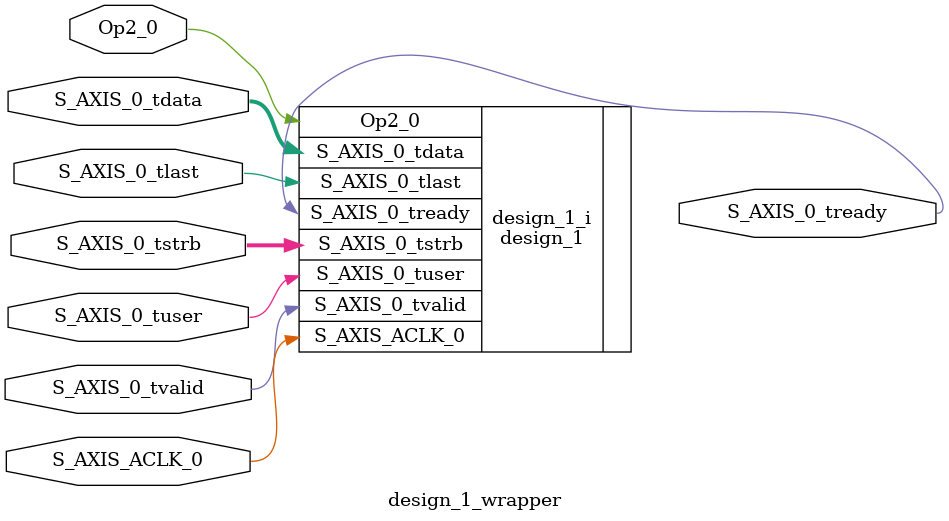
<source format=v>
`timescale 1 ps / 1 ps

module design_1_wrapper
   (Op2_0,
    S_AXIS_0_tdata,
    S_AXIS_0_tlast,
    S_AXIS_0_tready,
    S_AXIS_0_tstrb,
    S_AXIS_0_tuser,
    S_AXIS_0_tvalid,
    S_AXIS_ACLK_0);
  input [0:0]Op2_0;
  input [31:0]S_AXIS_0_tdata;
  input S_AXIS_0_tlast;
  output S_AXIS_0_tready;
  input [3:0]S_AXIS_0_tstrb;
  input S_AXIS_0_tuser;
  input S_AXIS_0_tvalid;
  input S_AXIS_ACLK_0;

  wire [0:0]Op2_0;
  wire [31:0]S_AXIS_0_tdata;
  wire S_AXIS_0_tlast;
  wire S_AXIS_0_tready;
  wire [3:0]S_AXIS_0_tstrb;
  wire S_AXIS_0_tuser;
  wire S_AXIS_0_tvalid;
  wire S_AXIS_ACLK_0;

  design_1 design_1_i
       (.Op2_0(Op2_0),
        .S_AXIS_0_tdata(S_AXIS_0_tdata),
        .S_AXIS_0_tlast(S_AXIS_0_tlast),
        .S_AXIS_0_tready(S_AXIS_0_tready),
        .S_AXIS_0_tstrb(S_AXIS_0_tstrb),
        .S_AXIS_0_tuser(S_AXIS_0_tuser),
        .S_AXIS_0_tvalid(S_AXIS_0_tvalid),
        .S_AXIS_ACLK_0(S_AXIS_ACLK_0));
endmodule

</source>
